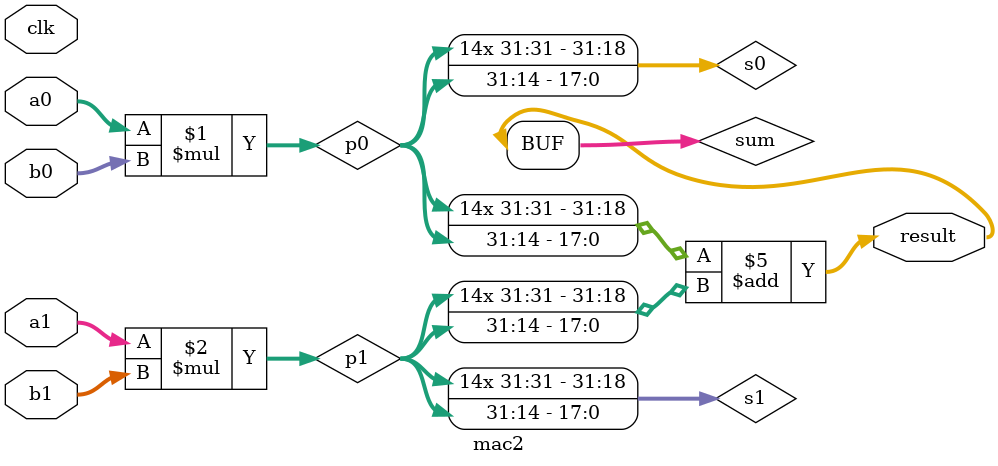
<source format=v>
module mac2 (
	clk,
	a0,
	b0,
	a1,
	b1,
	result
);
	parameter DATA_WIDTH = 16;
	// NOTE: This circuit does not use a clock signal, but it is
	// required for use with OpenLane2.
	input clk;
	input wire signed [DATA_WIDTH - 1:0] a0;
	input wire signed [DATA_WIDTH - 1:0] b0;
	input wire signed [DATA_WIDTH - 1:0] a1;
	input wire signed [DATA_WIDTH - 1:0] b1;
	output wire signed [(DATA_WIDTH * 2) - 1:0] result;
	localparam RESULT_WIDTH = 2 * DATA_WIDTH;
	wire signed [RESULT_WIDTH - 1:0] p0;
	wire signed [RESULT_WIDTH - 1:0] p1;
	assign p0 = a0 * b0;
	assign p1 = a1 * b1;
	wire signed [RESULT_WIDTH - 1:0] s0;
	wire signed [RESULT_WIDTH - 1:0] s1;
	assign s0 = p0 >>> 14;
	assign s1 = p1 >>> 14;
	wire signed [RESULT_WIDTH - 1:0] sum;
	assign sum = s0 + s1;
	assign result = sum[RESULT_WIDTH - 1:0];
endmodule

</source>
